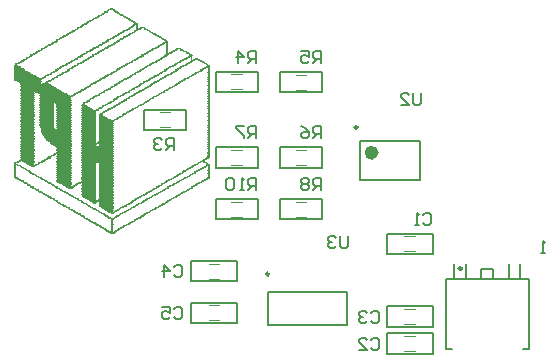
<source format=gbo>
G04 Layer_Color=32896*
%FSTAX24Y24*%
%MOIN*%
G70*
G01*
G75*
%ADD42C,0.0080*%
%ADD44C,0.0098*%
%ADD48C,0.0050*%
%ADD49C,0.0079*%
%ADD51C,0.0040*%
%ADD83C,0.0236*%
%ADD84C,0.0020*%
D42*
X06471Y01566D02*
X064577D01*
X064643D01*
Y01606D01*
X06471Y015993D01*
X060633Y016933D02*
X0607Y017D01*
X060833D01*
X0609Y016933D01*
Y016667D01*
X060833Y0166D01*
X0607D01*
X060633Y016667D01*
X0605Y0166D02*
X060367D01*
X060433D01*
Y017D01*
X0605Y016933D01*
X058903Y013653D02*
X05897Y01372D01*
X059103D01*
X05917Y013653D01*
Y013387D01*
X059103Y01332D01*
X05897D01*
X058903Y013387D01*
X05877Y013653D02*
X058703Y01372D01*
X05857D01*
X058504Y013653D01*
Y013587D01*
X05857Y01352D01*
X058637D01*
X05857D01*
X058504Y013453D01*
Y013387D01*
X05857Y01332D01*
X058703D01*
X05877Y013387D01*
X052333Y015183D02*
X0524Y01525D01*
X052533D01*
X0526Y015183D01*
Y014917D01*
X052533Y01485D01*
X0524D01*
X052333Y014917D01*
X052Y01485D02*
Y01525D01*
X0522Y01505D01*
X051934D01*
X052333Y013803D02*
X0524Y01387D01*
X052533D01*
X0526Y013803D01*
Y013537D01*
X052533Y01347D01*
X0524D01*
X052333Y013537D01*
X051934Y01387D02*
X0522D01*
Y01367D01*
X052067Y013737D01*
X052D01*
X051934Y01367D01*
Y013537D01*
X052Y01347D01*
X052133D01*
X0522Y013537D01*
X05234Y0191D02*
Y0195D01*
X05214D01*
X052073Y019433D01*
Y0193D01*
X05214Y019233D01*
X05234D01*
X052207D02*
X052073Y0191D01*
X05194Y019433D02*
X051873Y0195D01*
X05174D01*
X051674Y019433D01*
Y019367D01*
X05174Y0193D01*
X051807D01*
X05174D01*
X051674Y019233D01*
Y019167D01*
X05174Y0191D01*
X051873D01*
X05194Y019167D01*
X05506Y022D02*
Y0224D01*
X05486D01*
X054793Y022333D01*
Y0222D01*
X05486Y022133D01*
X05506D01*
X054927D02*
X054793Y022D01*
X05446D02*
Y0224D01*
X05466Y0222D01*
X054394D01*
X05722Y022D02*
Y0224D01*
X05702D01*
X056953Y022333D01*
Y0222D01*
X05702Y022133D01*
X05722D01*
X057087D02*
X056953Y022D01*
X056554Y0224D02*
X05682D01*
Y0222D01*
X056687Y022267D01*
X05662D01*
X056554Y0222D01*
Y022067D01*
X05662Y022D01*
X056753D01*
X05682Y022067D01*
X05722Y01948D02*
Y01988D01*
X05702D01*
X056953Y019813D01*
Y01968D01*
X05702Y019613D01*
X05722D01*
X057087D02*
X056953Y01948D01*
X056554Y01988D02*
X056687Y019813D01*
X05682Y01968D01*
Y019547D01*
X056753Y01948D01*
X05662D01*
X056554Y019547D01*
Y019613D01*
X05662Y01968D01*
X05682D01*
X05506Y01948D02*
Y01988D01*
X05486D01*
X054793Y019813D01*
Y01968D01*
X05486Y019613D01*
X05506D01*
X054927D02*
X054793Y01948D01*
X05466Y01988D02*
X054394D01*
Y019813D01*
X05466Y019547D01*
Y01948D01*
X05722Y01776D02*
Y01816D01*
X05702D01*
X056953Y018093D01*
Y01796D01*
X05702Y017893D01*
X05722D01*
X057087D02*
X056953Y01776D01*
X05682Y018093D02*
X056753Y01816D01*
X05662D01*
X056554Y018093D01*
Y018027D01*
X05662Y01796D01*
X056554Y017893D01*
Y017827D01*
X05662Y01776D01*
X056753D01*
X05682Y017827D01*
Y017893D01*
X056753Y01796D01*
X05682Y018027D01*
Y018093D01*
X056753Y01796D02*
X05662D01*
X05506Y01776D02*
Y01816D01*
X05486D01*
X054793Y018093D01*
Y01796D01*
X05486Y017893D01*
X05506D01*
X054927D02*
X054793Y01776D01*
X05466D02*
X054527D01*
X054593D01*
Y01816D01*
X05466Y018093D01*
X054327D02*
X05426Y01816D01*
X054127D01*
X05406Y018093D01*
Y017827D01*
X054127Y01776D01*
X05426D01*
X054327Y017827D01*
Y018093D01*
X06058Y02098D02*
Y020647D01*
X060513Y02058D01*
X06038D01*
X060313Y020647D01*
Y02098D01*
X059914Y02058D02*
X06018D01*
X059914Y020847D01*
Y020913D01*
X05998Y02098D01*
X060113D01*
X06018Y020913D01*
X05814Y01623D02*
Y015897D01*
X058073Y01583D01*
X05794D01*
X057873Y015897D01*
Y01623D01*
X05774Y016163D02*
X057673Y01623D01*
X05754D01*
X057474Y016163D01*
Y016097D01*
X05754Y01603D01*
X057607D01*
X05754D01*
X057474Y015963D01*
Y015897D01*
X05754Y01583D01*
X057673D01*
X05774Y015897D01*
X058903Y012753D02*
X05897Y01282D01*
X059103D01*
X05917Y012753D01*
Y012487D01*
X059103Y01242D01*
X05897D01*
X058903Y012487D01*
X058504Y01242D02*
X05877D01*
X058504Y012687D01*
Y012753D01*
X05857Y01282D01*
X058703D01*
X05877Y012753D01*
D44*
X06193Y015145D02*
G03*
X06193Y015145I-000049J0D01*
G01*
X05551Y014962D02*
G03*
X05551Y014962I-000049J0D01*
G01*
X058455Y019852D02*
G03*
X058455Y019852I-000049J0D01*
G01*
D48*
X061402Y012448D02*
X061599D01*
X063961D02*
X064158D01*
X061402Y014811D02*
X064158D01*
X063489D02*
Y015283D01*
Y014811D02*
X063882D01*
Y015283D01*
X062583Y014811D02*
Y015126D01*
Y014811D02*
X062977D01*
Y015126D01*
X062583D02*
X062977D01*
X062071Y014811D02*
Y015283D01*
X061678Y014811D02*
X062071D01*
X061678D02*
Y015283D01*
X064158Y012448D02*
Y014811D01*
X061402Y012448D02*
Y014811D01*
X059425Y01563D02*
X060955D01*
X059425D02*
Y0163D01*
X060955D01*
Y01563D02*
Y0163D01*
X059425Y01321D02*
X060955D01*
X059425D02*
Y01388D01*
X060955D01*
Y01321D02*
Y01388D01*
X0529Y01472D02*
X05443D01*
X0529D02*
Y01539D01*
X05443D01*
Y01472D02*
Y01539D01*
X0529Y01334D02*
X05443D01*
X0529D02*
Y01401D01*
X05443D01*
Y01334D02*
Y01401D01*
X059425Y01231D02*
X060955D01*
X059425D02*
Y01298D01*
X060955D01*
Y01231D02*
Y01298D01*
X05512Y02103D02*
Y0217D01*
X05372D02*
X05512D01*
X05372Y02103D02*
Y0217D01*
Y02103D02*
X05512D01*
X05728Y02102D02*
Y02169D01*
X05588D02*
X05728D01*
X05588Y02102D02*
Y02169D01*
Y02102D02*
X05728D01*
Y01851D02*
Y01918D01*
X05588D02*
X05728D01*
X05588Y01851D02*
Y01918D01*
Y01851D02*
X05728D01*
X05512D02*
Y01918D01*
X05372D02*
X05512D01*
X05372Y01851D02*
Y01918D01*
Y01851D02*
X05512D01*
X05728Y01678D02*
Y01745D01*
X05588D02*
X05728D01*
X05588Y01678D02*
Y01745D01*
Y01678D02*
X05728D01*
X05512D02*
Y01745D01*
X05372D02*
X05512D01*
X05372Y01678D02*
Y01745D01*
Y01678D02*
X05512D01*
X05274Y01976D02*
Y02043D01*
X05134D02*
X05274D01*
X05134Y01976D02*
Y02043D01*
Y01976D02*
X05274D01*
D49*
X055461Y014371D02*
X058099D01*
X055461Y013269D02*
X058099D01*
X055461D02*
Y014371D01*
X058099Y013269D02*
Y014371D01*
X058526Y019399D02*
X060534D01*
X058526Y018081D02*
X060534D01*
X058526D02*
Y019399D01*
X060534Y018081D02*
Y019399D01*
D51*
X060015Y01622D02*
X060355D01*
X060015Y01572D02*
X060355D01*
X060015Y0138D02*
X060355D01*
X060015Y0133D02*
X060355D01*
X05349Y01531D02*
X05383D01*
X05349Y01481D02*
X05383D01*
X05349Y01393D02*
X05383D01*
X05349Y01343D02*
X05383D01*
X060015Y0129D02*
X060355D01*
X060015Y0124D02*
X060355D01*
X05425Y02112D02*
X05459D01*
X05425Y02162D02*
X05459D01*
X05641Y02111D02*
X05675D01*
X05641Y02161D02*
X05675D01*
X05641Y0186D02*
X05675D01*
X05641Y0191D02*
X05675D01*
X05425Y0186D02*
X05459D01*
X05425Y0191D02*
X05459D01*
X05641Y01687D02*
X05675D01*
X05641Y01737D02*
X05675D01*
X05425Y01687D02*
X05459D01*
X05425Y01737D02*
X05459D01*
X05187Y01985D02*
X05221D01*
X05187Y02035D02*
X05221D01*
D83*
X059038Y019006D02*
G03*
X059038Y019006I-000118J0D01*
G01*
D84*
X05023Y01632D02*
X05029D01*
X05021Y01634D02*
X05033D01*
X05013Y01636D02*
X05023D01*
X05025D02*
X05027D01*
X05029D02*
X05037D01*
X05011Y01638D02*
X05019D01*
X05025D02*
X05027D01*
X05033D02*
X05039D01*
X05007Y0164D02*
X05013D01*
X05025D02*
X05027D01*
X05035D02*
X05041D01*
X05009Y01642D02*
X05015D01*
X05023D02*
X05027D01*
X05037D02*
X05043D01*
X05005Y01644D02*
X05011D01*
X05025D02*
X05027D01*
X05039D02*
X05047D01*
X05001Y01646D02*
X05007D01*
X05025D02*
X05027D01*
X05043D02*
X05051D01*
X04997Y01648D02*
X05003D01*
X05025D02*
X05027D01*
X05047D02*
X05053D01*
X04993Y0165D02*
X05001D01*
X05025D02*
X05027D01*
X05051D02*
X05057D01*
X04989Y01652D02*
X04997D01*
X05025D02*
X05027D01*
X05053D02*
X05061D01*
X04987Y01654D02*
X04993D01*
X05025D02*
X05027D01*
X05057D02*
X05063D01*
X04983Y01656D02*
X04989D01*
X05025D02*
X05027D01*
X05061D02*
X05067D01*
X04979Y01658D02*
X04987D01*
X05023D02*
X05027D01*
X05065D02*
X05073D01*
X04975Y0166D02*
X04983D01*
X05025D02*
X05027D01*
X05067D02*
X05069D01*
X05071D02*
X05075D01*
X04973Y01662D02*
X04979D01*
X05025D02*
X05027D01*
X05073D02*
X05081D01*
X04969Y01664D02*
X04975D01*
X05025D02*
X05029D01*
X05077D02*
X05083D01*
X04963Y01666D02*
X04973D01*
X05025D02*
X05027D01*
X05081D02*
X05087D01*
X04961Y01668D02*
X04965D01*
X04967D02*
X04969D01*
X05025D02*
X05027D01*
X05085D02*
X05091D01*
X04957Y0167D02*
X04965D01*
X05025D02*
X05027D01*
X05087D02*
X05095D01*
X04953Y01672D02*
X04959D01*
X05025D02*
X05027D01*
X05091D02*
X05097D01*
X04951Y01674D02*
X04957D01*
X05025D02*
X05027D01*
X05095D02*
X05101D01*
X04947Y01676D02*
X04953D01*
X05025D02*
X05027D01*
X05099D02*
X05105D01*
X04943Y01678D02*
X04949D01*
X05025D02*
X05027D01*
X05101D02*
X05107D01*
X04939Y0168D02*
X04947D01*
X05023D02*
X05029D01*
X05105D02*
X05111D01*
X04937Y01682D02*
X04943D01*
X05021D02*
X05025D01*
X05027D02*
X05031D01*
X05107D02*
X05115D01*
X04933Y01684D02*
X04939D01*
X05015D02*
X05021D01*
X05031D02*
X05035D01*
X05113D02*
X05117D01*
X05119D02*
X05121D01*
X04929Y01686D02*
X04935D01*
X05011D02*
X05015D01*
X05017D02*
X05019D01*
X05033D02*
X05039D01*
X05115D02*
X05125D01*
X04925Y01688D02*
X04933D01*
X05007D02*
X05013D01*
X05037D02*
X05043D01*
X05121D02*
X05127D01*
X04923Y0169D02*
X04929D01*
X05005D02*
X05009D01*
X05043D02*
X05047D01*
X05125D02*
X05131D01*
X04923Y01692D02*
X04929D01*
X05005D02*
X05009D01*
X05041D02*
X05047D01*
X05125D02*
X05131D01*
X04919Y01694D02*
X04925D01*
X05001D02*
X05005D01*
X05045D02*
X05051D01*
X05127D02*
X05133D01*
X04913Y01696D02*
X04921D01*
X04997D02*
X05003D01*
X05049D02*
X05053D01*
X05131D02*
X05137D01*
X04911Y01698D02*
X04919D01*
X04995D02*
X04999D01*
X05053D02*
X05057D01*
X05135D02*
X05141D01*
X04907Y017D02*
X04913D01*
X04991D02*
X04995D01*
X05023D02*
X05029D01*
X05055D02*
X05061D01*
X05139D02*
X05145D01*
X04903Y01702D02*
X04909D01*
X04987D02*
X04991D01*
X05019D02*
X05031D01*
X05059D02*
X05065D01*
X05141D02*
X05147D01*
X04899Y01704D02*
X04907D01*
X04983D02*
X04989D01*
X05015D02*
X05029D01*
X05031D02*
X05035D01*
X05063D02*
X05069D01*
X05145D02*
X05151D01*
X04897Y01706D02*
X04903D01*
X04979D02*
X04985D01*
X05011D02*
X05027D01*
X05035D02*
X05039D01*
X05067D02*
X05073D01*
X05149D02*
X05155D01*
X04893Y01708D02*
X04899D01*
X04977D02*
X04981D01*
X05007D02*
X05027D01*
X05037D02*
X05043D01*
X05073D02*
X05077D01*
X05153D02*
X05159D01*
X04889Y0171D02*
X04895D01*
X04973D02*
X04977D01*
X05005D02*
X05029D01*
X05041D02*
X05047D01*
X05075D02*
X05081D01*
X05157D02*
X05161D01*
X04887Y01712D02*
X04893D01*
X04969D02*
X04975D01*
X05001D02*
X05027D01*
X05045D02*
X05049D01*
X05079D02*
X05083D01*
X05159D02*
X05165D01*
X04883Y01714D02*
X04889D01*
X04965D02*
X04971D01*
X04999D02*
X05027D01*
X05047D02*
X05051D01*
X05083D02*
X05087D01*
X05163D02*
X05171D01*
X04879Y01716D02*
X04885D01*
X04961D02*
X04965D01*
X04967D02*
X04969D01*
X04995D02*
X05029D01*
X05051D02*
X05055D01*
X05087D02*
X05091D01*
X05167D02*
X05175D01*
X04875Y01718D02*
X04883D01*
X04957D02*
X04961D01*
X04993D02*
X05027D01*
X05053D02*
X05059D01*
X05089D02*
X05095D01*
X05171D02*
X05179D01*
X04873Y0172D02*
X04879D01*
X04953D02*
X04959D01*
X04989D02*
X05029D01*
X05057D02*
X05063D01*
X05093D02*
X05099D01*
X05175D02*
X05181D01*
X04869Y01722D02*
X04875D01*
X04951D02*
X04955D01*
X04985D02*
X05027D01*
X05061D02*
X05065D01*
X05097D02*
X05101D01*
X05179D02*
X05185D01*
X04863Y01724D02*
X04871D01*
X04947D02*
X04951D01*
X04985D02*
X05029D01*
X05065D02*
X05073D01*
X05101D02*
X05105D01*
X05181D02*
X05187D01*
X04859Y01726D02*
X04869D01*
X04943D02*
X04945D01*
X04947D02*
X04949D01*
X04985D02*
X05027D01*
X05067D02*
X05069D01*
X05071D02*
X05075D01*
X05103D02*
X05109D01*
X05185D02*
X05193D01*
X04857Y01728D02*
X04863D01*
X04939D02*
X04945D01*
X04983D02*
X05027D01*
X05073D02*
X05079D01*
X05107D02*
X05113D01*
X05189D02*
X05195D01*
X04853Y0173D02*
X04859D01*
X04939D02*
X04941D01*
X04985D02*
X05027D01*
X05077D02*
X05083D01*
X05111D02*
X05115D01*
X05193D02*
X05199D01*
X04849Y01732D02*
X04855D01*
X04933D02*
X04939D01*
X04985D02*
X05029D01*
X05081D02*
X05085D01*
X05115D02*
X05121D01*
X05195D02*
X05203D01*
X04847Y01734D02*
X04853D01*
X04929D02*
X04933D01*
X04963D02*
X04971D01*
X04983D02*
X05027D01*
X05083D02*
X05089D01*
X05119D02*
X05125D01*
X05199D02*
X05205D01*
X04843Y01736D02*
X04849D01*
X04925D02*
X04931D01*
X04959D02*
X04975D01*
X04985D02*
X05029D01*
X05087D02*
X05093D01*
X05123D02*
X05129D01*
X05203D02*
X05209D01*
X04839Y01738D02*
X04845D01*
X04923D02*
X04927D01*
X04955D02*
X04971D01*
X04973D02*
X04977D01*
X04985D02*
X05027D01*
X05091D02*
X05095D01*
X05127D02*
X05133D01*
X05207D02*
X05213D01*
X04839Y0174D02*
X04845D01*
X04923D02*
X04927D01*
X04955D02*
X04969D01*
X04971D02*
X04979D01*
X04983D02*
X05027D01*
X05091D02*
X05097D01*
X05127D02*
X05131D01*
X05207D02*
X05213D01*
X04837Y01742D02*
X04843D01*
X04915D02*
X04917D01*
X04919D02*
X04923D01*
X04951D02*
X04969D01*
X04975D02*
X04981D01*
X04985D02*
X05029D01*
X05095D02*
X05099D01*
X05129D02*
X05137D01*
X05209D02*
X05215D01*
X04833Y01744D02*
X04839D01*
X04915D02*
X04921D01*
X04949D02*
X04971D01*
X04979D02*
X05027D01*
X05097D02*
X05103D01*
X05135D02*
X05139D01*
X05213D02*
X05221D01*
X04829Y01746D02*
X04835D01*
X04911D02*
X04915D01*
X04945D02*
X04969D01*
X04981D02*
X05027D01*
X05101D02*
X05107D01*
X05137D02*
X05143D01*
X05217D02*
X05225D01*
X04825Y01748D02*
X04833D01*
X04907D02*
X04913D01*
X04941D02*
X04969D01*
X04985D02*
X05029D01*
X05105D02*
X05109D01*
X05141D02*
X05147D01*
X05223D02*
X05229D01*
X04821Y0175D02*
X04829D01*
X04903D02*
X04907D01*
X04937D02*
X04971D01*
X04985D02*
X05027D01*
X05107D02*
X05113D01*
X05145D02*
X05151D01*
X05227D02*
X05231D01*
X04819Y01752D02*
X04825D01*
X04899D02*
X04905D01*
X04935D02*
X04971D01*
X04983D02*
X05029D01*
X05111D02*
X05115D01*
X05149D02*
X05153D01*
X05229D02*
X05237D01*
X04813Y01754D02*
X04821D01*
X04897D02*
X04901D01*
X04931D02*
X04969D01*
X04985D02*
X05027D01*
X05115D02*
X05121D01*
X05153D02*
X05157D01*
X05233D02*
X05239D01*
X04809Y01756D02*
X04815D01*
X04817D02*
X04819D01*
X04891D02*
X04897D01*
X04927D02*
X04969D01*
X04983D02*
X05027D01*
X05117D02*
X05119D01*
X05121D02*
X05125D01*
X05157D02*
X05161D01*
X05237D02*
X05243D01*
X04807Y01758D02*
X04813D01*
X04889D02*
X04891D01*
X04893D02*
X04895D01*
X04927D02*
X04971D01*
X04985D02*
X05029D01*
X05123D02*
X05129D01*
X05159D02*
X05165D01*
X05239D02*
X05247D01*
X04803Y0176D02*
X04809D01*
X04885D02*
X04891D01*
X04927D02*
X04969D01*
X04985D02*
X05027D01*
X05127D02*
X05133D01*
X05163D02*
X05167D01*
X05169D02*
X05171D01*
X05243D02*
X05251D01*
X04799Y01762D02*
X04807D01*
X04881D02*
X04887D01*
X04925D02*
X04969D01*
X04983D02*
X05027D01*
X05131D02*
X05135D01*
X05167D02*
X05173D01*
X05247D02*
X05253D01*
X04797Y01764D02*
X04803D01*
X04879D02*
X04883D01*
X04927D02*
X04971D01*
X04985D02*
X05029D01*
X05135D02*
X05139D01*
X05173D02*
X05177D01*
X05251D02*
X05255D01*
X04793Y01766D02*
X04799D01*
X04875D02*
X04879D01*
X04927D02*
X04969D01*
X04985D02*
X05027D01*
X05137D02*
X05143D01*
X05175D02*
X05181D01*
X05253D02*
X05261D01*
X04789Y01768D02*
X04795D01*
X04871D02*
X04877D01*
X04927D02*
X04971D01*
X04983D02*
X05029D01*
X05141D02*
X05147D01*
X05179D02*
X05185D01*
X05257D02*
X05263D01*
X04785Y0177D02*
X04793D01*
X04867D02*
X04873D01*
X04927D02*
X04969D01*
X04985D02*
X05027D01*
X05145D02*
X05149D01*
X05183D02*
X05187D01*
X05261D02*
X05267D01*
X04783Y01772D02*
X04789D01*
X04863D02*
X04869D01*
X04925D02*
X04969D01*
X04983D02*
X05027D01*
X05147D02*
X05153D01*
X05187D02*
X05191D01*
X05265D02*
X05273D01*
X04779Y01774D02*
X04785D01*
X04859D02*
X04863D01*
X04927D02*
X04971D01*
X04985D02*
X05029D01*
X05151D02*
X05157D01*
X05189D02*
X05195D01*
X05267D02*
X05275D01*
X04775Y01776D02*
X04781D01*
X04855D02*
X04861D01*
X04927D02*
X04969D01*
X04985D02*
X05027D01*
X05155D02*
X05161D01*
X05193D02*
X05199D01*
X05273D02*
X05279D01*
X04771Y01778D02*
X04779D01*
X04851D02*
X04853D01*
X04855D02*
X04857D01*
X04925D02*
X04969D01*
X04985D02*
X05027D01*
X05159D02*
X05163D01*
X05197D02*
X05203D01*
X05277D02*
X05283D01*
X04769Y0178D02*
X04775D01*
X04849D02*
X04855D01*
X04927D02*
X04971D01*
X04983D02*
X05029D01*
X05161D02*
X05167D01*
X05201D02*
X05205D01*
X05281D02*
X05285D01*
X04763Y01782D02*
X04771D01*
X04845D02*
X04849D01*
X04883D02*
X04889D01*
X04927D02*
X04969D01*
X04985D02*
X05027D01*
X05165D02*
X05171D01*
X05203D02*
X05209D01*
X05283D02*
X05291D01*
X04759Y01784D02*
X04767D01*
X04841D02*
X04847D01*
X04879D02*
X04889D01*
X04891D02*
X04893D01*
X04925D02*
X04969D01*
X04985D02*
X05027D01*
X05169D02*
X05175D01*
X05207D02*
X05213D01*
X05287D02*
X05293D01*
X04755Y01786D02*
X04763D01*
X04837D02*
X04843D01*
X04875D02*
X04897D01*
X04927D02*
X04971D01*
X04985D02*
X05027D01*
X05173D02*
X05179D01*
X05211D02*
X05215D01*
X05291D02*
X05295D01*
X04757Y01788D02*
X04763D01*
X04839D02*
X04843D01*
X04875D02*
X04887D01*
X04891D02*
X04895D01*
X04927D02*
X04969D01*
X04985D02*
X05029D01*
X05175D02*
X05179D01*
X05211D02*
X05217D01*
X05291D02*
X05297D01*
X04753Y0179D02*
X04759D01*
X04835D02*
X04839D01*
X04871D02*
X04889D01*
X04893D02*
X04901D01*
X04927D02*
X04969D01*
X04983D02*
X05027D01*
X05177D02*
X05183D01*
X05215D02*
X05221D01*
X05293D02*
X05301D01*
X04749Y01792D02*
X04755D01*
X04831D02*
X04835D01*
X04865D02*
X04867D01*
X04869D02*
X04887D01*
X04897D02*
X04905D01*
X04927D02*
X04971D01*
X04985D02*
X05029D01*
X05181D02*
X05185D01*
X05217D02*
X05219D01*
X05221D02*
X05223D01*
X05297D02*
X05303D01*
X04745Y01794D02*
X04753D01*
X04827D02*
X04833D01*
X04863D02*
X04887D01*
X04901D02*
X04907D01*
X04925D02*
X04969D01*
X04985D02*
X05027D01*
X05183D02*
X05189D01*
X05223D02*
X05229D01*
X05301D02*
X05307D01*
X04743Y01796D02*
X04749D01*
X04825D02*
X04829D01*
X04859D02*
X04889D01*
X04905D02*
X04911D01*
X04927D02*
X04971D01*
X04983D02*
X05027D01*
X05189D02*
X05193D01*
X05227D02*
X05233D01*
X05305D02*
X05311D01*
X04739Y01798D02*
X04745D01*
X04821D02*
X04825D01*
X04855D02*
X04887D01*
X04907D02*
X04915D01*
X04927D02*
X04969D01*
X04985D02*
X05029D01*
X05191D02*
X05197D01*
X05231D02*
X05237D01*
X05307D02*
X05313D01*
X04735Y018D02*
X04741D01*
X04815D02*
X04823D01*
X04851D02*
X04889D01*
X04911D02*
X04921D01*
X04927D02*
X04971D01*
X04985D02*
X05027D01*
X05195D02*
X05199D01*
X05235D02*
X05239D01*
X05311D02*
X05317D01*
X04731Y01802D02*
X04739D01*
X04811D02*
X04815D01*
X04817D02*
X04819D01*
X04847D02*
X04887D01*
X04915D02*
X04925D01*
X04927D02*
X04969D01*
X04985D02*
X05027D01*
X05199D02*
X05203D01*
X05239D02*
X05243D01*
X05315D02*
X05323D01*
X04729Y01804D02*
X04735D01*
X04809D02*
X04813D01*
X04845D02*
X04889D01*
X04921D02*
X04969D01*
X04983D02*
X05029D01*
X05201D02*
X05207D01*
X05241D02*
X05247D01*
X05319D02*
X05325D01*
X04725Y01806D02*
X04731D01*
X04805D02*
X04809D01*
X04841D02*
X04887D01*
X04925D02*
X04971D01*
X04985D02*
X05027D01*
X05205D02*
X05209D01*
X05245D02*
X05249D01*
X05323D02*
X05331D01*
X04721Y01808D02*
X04729D01*
X04799D02*
X04801D01*
X04803D02*
X04807D01*
X04843D02*
X04887D01*
X04927D02*
X04969D01*
X04983D02*
X05029D01*
X05207D02*
X05213D01*
X05249D02*
X05253D01*
X05327D02*
X05335D01*
X04717Y0181D02*
X04725D01*
X04799D02*
X04803D01*
X04841D02*
X04887D01*
X04927D02*
X04969D01*
X04985D02*
X05027D01*
X05213D02*
X05217D01*
X05253D02*
X05257D01*
X05331D02*
X05337D01*
X04713Y01812D02*
X04721D01*
X04795D02*
X04799D01*
X04843D02*
X04889D01*
X04925D02*
X04971D01*
X04985D02*
X05027D01*
X05215D02*
X05223D01*
X05257D02*
X05261D01*
X05335D02*
X05339D01*
X04709Y01814D02*
X04717D01*
X04791D02*
X04795D01*
X04843D02*
X04887D01*
X04927D02*
X04969D01*
X04983D02*
X05029D01*
X05221D02*
X05225D01*
X05259D02*
X05265D01*
X05337D02*
X05343D01*
X04705Y01816D02*
X04713D01*
X04787D02*
X04793D01*
X04843D02*
X04887D01*
X04925D02*
X04971D01*
X04985D02*
X05027D01*
X05223D02*
X05229D01*
X05263D02*
X05267D01*
X05269D02*
X05271D01*
X05341D02*
X05349D01*
X04701Y01818D02*
X04709D01*
X04785D02*
X04789D01*
X04843D02*
X04887D01*
X04927D02*
X04969D01*
X04983D02*
X05027D01*
X05229D02*
X05233D01*
X05267D02*
X05273D01*
X05345D02*
X05349D01*
X04701Y0182D02*
X04705D01*
X04781D02*
X04785D01*
X04841D02*
X04889D01*
X04925D02*
X04971D01*
X04985D02*
X05029D01*
X05231D02*
X05237D01*
X05273D02*
X05277D01*
X05347D02*
X05349D01*
X04701Y01822D02*
X04703D01*
X04777D02*
X04781D01*
X04843D02*
X04887D01*
X04927D02*
X04969D01*
X04985D02*
X05027D01*
X05235D02*
X05241D01*
X05277D02*
X05281D01*
X05347D02*
X05351D01*
X04699Y01824D02*
X04703D01*
X04773D02*
X04779D01*
X04843D02*
X04887D01*
X04927D02*
X04969D01*
X04983D02*
X05029D01*
X05239D02*
X05243D01*
X05279D02*
X05285D01*
X05347D02*
X05349D01*
X04701Y01826D02*
X04703D01*
X04769D02*
X04775D01*
X04841D02*
X04889D01*
X04927D02*
X04969D01*
X04985D02*
X05027D01*
X05241D02*
X05247D01*
X05283D02*
X05287D01*
X05347D02*
X05349D01*
X04701Y01828D02*
X04703D01*
X04767D02*
X04771D01*
X04843D02*
X04887D01*
X04925D02*
X04971D01*
X04985D02*
X05027D01*
X05245D02*
X05251D01*
X05287D02*
X05291D01*
X05347D02*
X05349D01*
X04701Y0183D02*
X04703D01*
X04761D02*
X04767D01*
X04843D02*
X04887D01*
X04927D02*
X04969D01*
X04983D02*
X05029D01*
X05249D02*
X05253D01*
X05289D02*
X05295D01*
X05347D02*
X05349D01*
X04699Y01832D02*
X04703D01*
X04757D02*
X04763D01*
X04841D02*
X04889D01*
X04927D02*
X04969D01*
X04985D02*
X05027D01*
X05251D02*
X05257D01*
X05293D02*
X05299D01*
X05347D02*
X05351D01*
X04701Y01834D02*
X04705D01*
X04755D02*
X04759D01*
X04843D02*
X04887D01*
X04927D02*
X04971D01*
X04985D02*
X05027D01*
X05255D02*
X05261D01*
X05297D02*
X05303D01*
X05345D02*
X05349D01*
X04701Y01836D02*
X04703D01*
X04751D02*
X04757D01*
X04843D02*
X04889D01*
X04925D02*
X04969D01*
X04983D02*
X05029D01*
X05259D02*
X05265D01*
X05301D02*
X05305D01*
X05347D02*
X05349D01*
X04701Y01838D02*
X04703D01*
X04751D02*
X04753D01*
X04841D02*
X04887D01*
X04927D02*
X04969D01*
X04985D02*
X05027D01*
X05259D02*
X05263D01*
X05301D02*
X05307D01*
X05347D02*
X05349D01*
X04701Y0184D02*
X04703D01*
X04747D02*
X04753D01*
X04843D02*
X04887D01*
X04927D02*
X04971D01*
X04983D02*
X05027D01*
X05261D02*
X05265D01*
X05267D02*
X05269D01*
X05305D02*
X05309D01*
X05347D02*
X05349D01*
X04699Y01842D02*
X04703D01*
X04743D02*
X04749D01*
X04843D02*
X04887D01*
X04927D02*
X04969D01*
X04985D02*
X05029D01*
X05265D02*
X05273D01*
X05307D02*
X05313D01*
X05345D02*
X05351D01*
X04701Y01844D02*
X04705D01*
X04741D02*
X04745D01*
X04843D02*
X04889D01*
X04925D02*
X04971D01*
X04983D02*
X05027D01*
X05271D02*
X05275D01*
X05313D02*
X05317D01*
X05347D02*
X05349D01*
X04701Y01846D02*
X04703D01*
X04737D02*
X04741D01*
X04841D02*
X04887D01*
X04927D02*
X04969D01*
X04985D02*
X05027D01*
X05273D02*
X05279D01*
X05315D02*
X05319D01*
X05321D02*
X05323D01*
X05347D02*
X05351D01*
X04701Y01848D02*
X04703D01*
X04733D02*
X04737D01*
X04843D02*
X04887D01*
X04927D02*
X04969D01*
X04985D02*
X05029D01*
X05277D02*
X05281D01*
X05319D02*
X05325D01*
X05347D02*
X05349D01*
X04701Y0185D02*
X04703D01*
X04729D02*
X04735D01*
X04843D02*
X04889D01*
X04927D02*
X04969D01*
X04985D02*
X05027D01*
X05281D02*
X05287D01*
X05325D02*
X05329D01*
X05347D02*
X05349D01*
X04699Y01852D02*
X04703D01*
X04727D02*
X04731D01*
X04841D02*
X04887D01*
X04925D02*
X04971D01*
X04983D02*
X05029D01*
X05285D02*
X05289D01*
X05327D02*
X05333D01*
X05347D02*
X05351D01*
X04701Y01854D02*
X04705D01*
X04723D02*
X04727D01*
X04843D02*
X04889D01*
X04927D02*
X04969D01*
X04985D02*
X05027D01*
X05287D02*
X05293D01*
X05331D02*
X05337D01*
X05347D02*
X05349D01*
X04701Y01856D02*
X04703D01*
X04719D02*
X04723D01*
X04757D02*
X04767D01*
X04843D02*
X04887D01*
X04927D02*
X04969D01*
X04985D02*
X05027D01*
X05291D02*
X05297D01*
X05335D02*
X05339D01*
X05347D02*
X05349D01*
X04701Y01858D02*
X04703D01*
X04713D02*
X04715D01*
X04717D02*
X04721D01*
X04755D02*
X04771D01*
X04843D02*
X04887D01*
X04927D02*
X04969D01*
X04985D02*
X05027D01*
X05295D02*
X05301D01*
X05339D02*
X05343D01*
X05347D02*
X05349D01*
X04701Y0186D02*
X04705D01*
X04711D02*
X04717D01*
X04751D02*
X04763D01*
X04767D02*
X04775D01*
X04843D02*
X04889D01*
X04925D02*
X04971D01*
X04983D02*
X05029D01*
X05299D02*
X05303D01*
X05341D02*
X05349D01*
X04701Y01862D02*
X04703D01*
X04707D02*
X04711D01*
X04749D02*
X04765D01*
X04771D02*
X04779D01*
X04841D02*
X04887D01*
X04927D02*
X04969D01*
X04985D02*
X05027D01*
X05301D02*
X05307D01*
X05345D02*
X05349D01*
X04701Y01864D02*
X04709D01*
X04743D02*
X04763D01*
X04775D02*
X04781D01*
X04843D02*
X04887D01*
X04927D02*
X04969D01*
X04983D02*
X05027D01*
X05305D02*
X05311D01*
X05341D02*
X05347D01*
X04701Y01866D02*
X04705D01*
X04741D02*
X04765D01*
X04779D02*
X04785D01*
X04843D02*
X04887D01*
X04927D02*
X04971D01*
X04983D02*
X05029D01*
X05309D02*
X05315D01*
X05339D02*
X05345D01*
X04701Y01868D02*
X04707D01*
X04737D02*
X04763D01*
X04765D02*
X04767D01*
X04781D02*
X04789D01*
X04841D02*
X04889D01*
X04925D02*
X04969D01*
X04979D02*
X05027D01*
X05313D02*
X05317D01*
X05335D02*
X05341D01*
X04705Y0187D02*
X04713D01*
X04735D02*
X04763D01*
X04785D02*
X04793D01*
X04843D02*
X04887D01*
X04927D02*
X04969D01*
X04975D02*
X05027D01*
X05315D02*
X05321D01*
X05331D02*
X05337D01*
X04709Y01872D02*
X04717D01*
X04731D02*
X04765D01*
X04789D02*
X04795D01*
X04841D02*
X04889D01*
X04927D02*
X05029D01*
X05319D02*
X05327D01*
X05329D02*
X05335D01*
X04713Y01874D02*
X04721D01*
X04727D02*
X04763D01*
X04765D02*
X04767D01*
X04793D02*
X04799D01*
X04843D02*
X04887D01*
X04927D02*
X05027D01*
X05325D02*
X05331D01*
X04717Y01876D02*
X04763D01*
X04795D02*
X04803D01*
X04843D02*
X04889D01*
X04925D02*
X05029D01*
X05327D02*
X05335D01*
X04721Y01878D02*
X04765D01*
X04799D02*
X04807D01*
X04843D02*
X04887D01*
X04927D02*
X05027D01*
X05331D02*
X05339D01*
X04721Y0188D02*
X04765D01*
X04803D02*
X04809D01*
X04843D02*
X04887D01*
X04925D02*
X05027D01*
X05335D02*
X05341D01*
X04723Y01882D02*
X04763D01*
X04765D02*
X04767D01*
X04807D02*
X04813D01*
X04841D02*
X04887D01*
X04927D02*
X05027D01*
X05337D02*
X05345D01*
X04723Y01884D02*
X04763D01*
X04811D02*
X04819D01*
X04843D02*
X04889D01*
X04927D02*
X05029D01*
X05341D02*
X05347D01*
X04721Y01886D02*
X04765D01*
X04809D02*
X04819D01*
X04843D02*
X04887D01*
X04925D02*
X05027D01*
X05341D02*
X05349D01*
X04723Y01888D02*
X04763D01*
X04765D02*
X04767D01*
X04813D02*
X04823D01*
X04841D02*
X04889D01*
X04927D02*
X05029D01*
X05345D02*
X05349D01*
X04723Y0189D02*
X04763D01*
X04819D02*
X04825D01*
X04843D02*
X04887D01*
X04927D02*
X05027D01*
X05347D02*
X05349D01*
X04721Y01892D02*
X04765D01*
X04823D02*
X04829D01*
X04843D02*
X04887D01*
X04925D02*
X05027D01*
X05345D02*
X05349D01*
X04723Y01894D02*
X04763D01*
X04765D02*
X04767D01*
X04825D02*
X04833D01*
X04843D02*
X04889D01*
X04927D02*
X05029D01*
X05347D02*
X05349D01*
X04723Y01896D02*
X04763D01*
X04829D02*
X04837D01*
X04843D02*
X04887D01*
X04927D02*
X05027D01*
X05347D02*
X05349D01*
X04723Y01898D02*
X04765D01*
X04833D02*
X04841D01*
X04843D02*
X04887D01*
X04925D02*
X05027D01*
X05347D02*
X05351D01*
X04721Y019D02*
X04763D01*
X04765D02*
X04767D01*
X04837D02*
X04889D01*
X04927D02*
X05029D01*
X05345D02*
X05349D01*
X04723Y01902D02*
X04763D01*
X04841D02*
X04887D01*
X04927D02*
X05027D01*
X05347D02*
X05349D01*
X04723Y01904D02*
X04765D01*
X04841D02*
X04889D01*
X04925D02*
X05027D01*
X05345D02*
X05349D01*
X04721Y01906D02*
X04763D01*
X04843D02*
X04887D01*
X04927D02*
X05029D01*
X05347D02*
X05351D01*
X04723Y01908D02*
X04765D01*
X04841D02*
X04887D01*
X04927D02*
X05027D01*
X05347D02*
X05349D01*
X04721Y0191D02*
X04763D01*
X04765D02*
X04767D01*
X04843D02*
X04889D01*
X04925D02*
X05027D01*
X05347D02*
X05349D01*
X04723Y01912D02*
X04763D01*
X04765D02*
X04767D01*
X04843D02*
X04887D01*
X04927D02*
X05029D01*
X05347D02*
X05349D01*
X04723Y01914D02*
X04763D01*
X04841D02*
X04887D01*
X04927D02*
X05027D01*
X05347D02*
X05351D01*
X04721Y01916D02*
X04765D01*
X04843D02*
X04889D01*
X04925D02*
X05027D01*
X05345D02*
X05349D01*
X04723Y01918D02*
X04765D01*
X04843D02*
X04887D01*
X04927D02*
X05029D01*
X05347D02*
X05349D01*
X04723Y0192D02*
X04763D01*
X04841D02*
X04887D01*
X04927D02*
X04983D01*
X04985D02*
X05027D01*
X05347D02*
X05349D01*
X04723Y01922D02*
X04765D01*
X04841D02*
X04889D01*
X04925D02*
X04979D01*
X04985D02*
X05027D01*
X05347D02*
X05349D01*
X04721Y01924D02*
X04763D01*
X04765D02*
X04767D01*
X04837D02*
X04887D01*
X04927D02*
X04975D01*
X04983D02*
X05029D01*
X05345D02*
X05349D01*
X04723Y01926D02*
X04763D01*
X04831D02*
X04889D01*
X04925D02*
X04971D01*
X04985D02*
X05027D01*
X05347D02*
X05349D01*
X04723Y01928D02*
X04765D01*
X04827D02*
X04889D01*
X04927D02*
X04973D01*
X04985D02*
X05027D01*
X05345D02*
X05351D01*
X04721Y0193D02*
X04763D01*
X04765D02*
X04767D01*
X04825D02*
X04887D01*
X04927D02*
X04969D01*
X04971D02*
X04975D01*
X04983D02*
X05027D01*
X05347D02*
X05349D01*
X04723Y01932D02*
X04763D01*
X04823D02*
X04887D01*
X04925D02*
X04971D01*
X04975D02*
X04979D01*
X04985D02*
X05029D01*
X05347D02*
X05349D01*
X04723Y01934D02*
X04765D01*
X04821D02*
X04889D01*
X04927D02*
X04969D01*
X04975D02*
X04979D01*
X04985D02*
X05027D01*
X05347D02*
X05349D01*
X04723Y01936D02*
X04763D01*
X04821D02*
X04887D01*
X04925D02*
X04971D01*
X04977D02*
X04983D01*
X04985D02*
X05029D01*
X05345D02*
X05349D01*
X04721Y01938D02*
X04767D01*
X04815D02*
X04887D01*
X04927D02*
X04969D01*
X04981D02*
X05027D01*
X05347D02*
X05351D01*
X04723Y0194D02*
X04763D01*
X04815D02*
X04889D01*
X04927D02*
X04969D01*
X04983D02*
X05027D01*
X05347D02*
X05349D01*
X04723Y01942D02*
X04765D01*
X04811D02*
X04887D01*
X04925D02*
X04971D01*
X04985D02*
X05027D01*
X05347D02*
X05349D01*
X04723Y01944D02*
X04763D01*
X04807D02*
X04889D01*
X04925D02*
X04969D01*
X04983D02*
X05029D01*
X05347D02*
X05349D01*
X04723Y01946D02*
X04763D01*
X04765D02*
X04767D01*
X04807D02*
X04887D01*
X04927D02*
X04971D01*
X04985D02*
X05027D01*
X05345D02*
X05351D01*
X04721Y01948D02*
X04765D01*
X04805D02*
X04887D01*
X04927D02*
X04969D01*
X04985D02*
X05029D01*
X05347D02*
X05349D01*
X04723Y0195D02*
X04763D01*
X04765D02*
X04767D01*
X04803D02*
X04889D01*
X04925D02*
X04969D01*
X04983D02*
X05027D01*
X05347D02*
X05349D01*
X04723Y01952D02*
X04763D01*
X04801D02*
X04887D01*
X04927D02*
X04969D01*
X04985D02*
X05027D01*
X05347D02*
X05349D01*
X04721Y01954D02*
X04765D01*
X04799D02*
X04887D01*
X04927D02*
X04971D01*
X04983D02*
X05027D01*
X05345D02*
X05349D01*
X04723Y01956D02*
X04763D01*
X04765D02*
X04767D01*
X04799D02*
X04889D01*
X04925D02*
X04969D01*
X04985D02*
X05029D01*
X05347D02*
X05351D01*
X04723Y01958D02*
X04763D01*
X04797D02*
X04887D01*
X04927D02*
X04971D01*
X04985D02*
X05027D01*
X05347D02*
X05349D01*
X04723Y0196D02*
X04765D01*
X04797D02*
X04887D01*
X04927D02*
X04969D01*
X04983D02*
X05029D01*
X05347D02*
X05349D01*
X04721Y01962D02*
X04763D01*
X04795D02*
X04887D01*
X04927D02*
X04969D01*
X04985D02*
X05027D01*
X05345D02*
X05349D01*
X04723Y01964D02*
X04765D01*
X04795D02*
X04889D01*
X04925D02*
X04971D01*
X04983D02*
X05027D01*
X05347D02*
X05349D01*
X04723Y01966D02*
X04763D01*
X04765D02*
X04767D01*
X04793D02*
X04887D01*
X04927D02*
X04969D01*
X04985D02*
X05029D01*
X05347D02*
X05349D01*
X04721Y01968D02*
X04763D01*
X04791D02*
X04889D01*
X04925D02*
X04969D01*
X04985D02*
X05027D01*
X05345D02*
X05349D01*
X04723Y0197D02*
X04767D01*
X04791D02*
X04887D01*
X04927D02*
X04969D01*
X04985D02*
X05027D01*
X05347D02*
X05351D01*
X04723Y01972D02*
X04763D01*
X04789D02*
X04889D01*
X04925D02*
X04971D01*
X04983D02*
X05029D01*
X05347D02*
X05349D01*
X04721Y01974D02*
X04765D01*
X04791D02*
X04887D01*
X04927D02*
X04969D01*
X04985D02*
X05027D01*
X05347D02*
X05349D01*
X04723Y01976D02*
X04763D01*
X04789D02*
X04841D01*
X04843D02*
X04887D01*
X04925D02*
X04969D01*
X04985D02*
X05027D01*
X05345D02*
X05349D01*
X04723Y01978D02*
X04765D01*
X04789D02*
X04837D01*
X04843D02*
X04887D01*
X04927D02*
X04969D01*
X04983D02*
X05029D01*
X05347D02*
X05349D01*
X04721Y0198D02*
X04763D01*
X04765D02*
X04767D01*
X04789D02*
X04833D01*
X04841D02*
X04889D01*
X04927D02*
X04971D01*
X04985D02*
X05027D01*
X05347D02*
X05351D01*
X04723Y01982D02*
X04763D01*
X04789D02*
X04833D01*
X04843D02*
X04887D01*
X04925D02*
X04969D01*
X04985D02*
X05027D01*
X05347D02*
X05349D01*
X04723Y01984D02*
X04765D01*
X04789D02*
X04833D01*
X04843D02*
X04887D01*
X04927D02*
X04971D01*
X04985D02*
X05027D01*
X05347D02*
X05349D01*
X04723Y01986D02*
X04763D01*
X04765D02*
X04767D01*
X04787D02*
X04831D01*
X04841D02*
X04887D01*
X04927D02*
X04969D01*
X04985D02*
X05029D01*
X05345D02*
X05349D01*
X04721Y01988D02*
X04763D01*
X04787D02*
X04831D01*
X04843D02*
X04889D01*
X04925D02*
X04969D01*
X04983D02*
X05027D01*
X05347D02*
X05349D01*
X04723Y0199D02*
X04765D01*
X04787D02*
X04831D01*
X04843D02*
X04887D01*
X04927D02*
X04971D01*
X04985D02*
X05027D01*
X05347D02*
X05349D01*
X04723Y01992D02*
X04763D01*
X04785D02*
X04831D01*
X04843D02*
X04887D01*
X04927D02*
X04969D01*
X04983D02*
X05027D01*
X05347D02*
X05351D01*
X04723Y01994D02*
X04765D01*
X04787D02*
X04829D01*
X04841D02*
X04887D01*
X04927D02*
X04971D01*
X04985D02*
X05029D01*
X05345D02*
X05349D01*
X04721Y01996D02*
X04763D01*
X04765D02*
X04767D01*
X04785D02*
X04831D01*
X04843D02*
X04889D01*
X04925D02*
X04969D01*
X04985D02*
X05027D01*
X05347D02*
X05349D01*
X04723Y01998D02*
X04763D01*
X04787D02*
X04829D01*
X04843D02*
X04887D01*
X04927D02*
X04969D01*
X04983D02*
X05027D01*
X05347D02*
X05351D01*
X04723Y02D02*
X04765D01*
X04787D02*
X04831D01*
X04841D02*
X04887D01*
X04925D02*
X04971D01*
X04985D02*
X05029D01*
X05347D02*
X05349D01*
X04723Y02002D02*
X04763D01*
X04765D02*
X04767D01*
X04785D02*
X04829D01*
X04843D02*
X04887D01*
X04927D02*
X04969D01*
X04985D02*
X05027D01*
X05347D02*
X05351D01*
X04723Y02004D02*
X04763D01*
X04787D02*
X04831D01*
X04843D02*
X04889D01*
X04927D02*
X04969D01*
X04983D02*
X05027D01*
X05347D02*
X05349D01*
X04721Y02006D02*
X04765D01*
X04787D02*
X04829D01*
X04841D02*
X04887D01*
X04925D02*
X04971D01*
X04985D02*
X05029D01*
X05347D02*
X05349D01*
X04723Y02008D02*
X04763D01*
X04785D02*
X04831D01*
X04843D02*
X04887D01*
X04927D02*
X04969D01*
X04985D02*
X05031D01*
X05345D02*
X05349D01*
X04721Y0201D02*
X04765D01*
X04787D02*
X04829D01*
X04841D02*
X04889D01*
X04927D02*
X04969D01*
X04983D02*
X05023D01*
X05031D02*
X05035D01*
X05347D02*
X05349D01*
X04723Y02012D02*
X04763D01*
X04765D02*
X04767D01*
X04787D02*
X04831D01*
X04843D02*
X04887D01*
X04927D02*
X04971D01*
X04985D02*
X05019D01*
X05035D02*
X05039D01*
X05347D02*
X05351D01*
X04723Y02014D02*
X04763D01*
X04785D02*
X04829D01*
X04843D02*
X04887D01*
X04925D02*
X04969D01*
X04985D02*
X05013D01*
X05037D02*
X05043D01*
X05347D02*
X05349D01*
X04723Y02016D02*
X04765D01*
X04787D02*
X04831D01*
X04841D02*
X04887D01*
X04927D02*
X04969D01*
X04985D02*
X05011D01*
X05041D02*
X05047D01*
X05347D02*
X05349D01*
X04723Y02018D02*
X04763D01*
X04785D02*
X04829D01*
X04843D02*
X04887D01*
X04927D02*
X04971D01*
X04983D02*
X05007D01*
X05045D02*
X05049D01*
X05347D02*
X05349D01*
X04721Y0202D02*
X04765D01*
X04787D02*
X04831D01*
X04843D02*
X04889D01*
X04925D02*
X04969D01*
X04985D02*
X05005D01*
X05049D02*
X05053D01*
X05347D02*
X05351D01*
X04723Y02022D02*
X04763D01*
X04765D02*
X04767D01*
X04787D02*
X04829D01*
X04841D02*
X04887D01*
X04927D02*
X04969D01*
X04985D02*
X04999D01*
X05051D02*
X05057D01*
X05345D02*
X05349D01*
X04723Y02024D02*
X04763D01*
X04785D02*
X04831D01*
X04843D02*
X04887D01*
X04927D02*
X04969D01*
X04983D02*
X04997D01*
X05055D02*
X05061D01*
X05347D02*
X05351D01*
X04723Y02026D02*
X04763D01*
X04765D02*
X04767D01*
X04787D02*
X04829D01*
X04843D02*
X04889D01*
X04925D02*
X04969D01*
X04985D02*
X04993D01*
X05059D02*
X05063D01*
X05347D02*
X05349D01*
X04721Y02028D02*
X04765D01*
X04785D02*
X04831D01*
X04841D02*
X04887D01*
X04927D02*
X04971D01*
X04985D02*
X04989D01*
X05061D02*
X05067D01*
X05347D02*
X05349D01*
X04723Y0203D02*
X04763D01*
X04765D02*
X04767D01*
X04787D02*
X04829D01*
X04843D02*
X04887D01*
X04927D02*
X04969D01*
X04987D02*
X04993D01*
X05065D02*
X05071D01*
X05347D02*
X05349D01*
X04723Y02032D02*
X04763D01*
X04787D02*
X04829D01*
X04843D02*
X04887D01*
X04927D02*
X04971D01*
X04987D02*
X04991D01*
X05065D02*
X05073D01*
X05347D02*
X05351D01*
X04721Y02034D02*
X04765D01*
X04787D02*
X04831D01*
X04843D02*
X04889D01*
X04927D02*
X04969D01*
X04989D02*
X04995D01*
X05071D02*
X05075D01*
X05345D02*
X05349D01*
X04723Y02036D02*
X04763D01*
X04765D02*
X04767D01*
X04785D02*
X04829D01*
X04841D02*
X04887D01*
X04925D02*
X04969D01*
X04993D02*
X04999D01*
X05073D02*
X05079D01*
X05347D02*
X05349D01*
X04723Y02038D02*
X04763D01*
X04787D02*
X04831D01*
X04843D02*
X04887D01*
X04927D02*
X04969D01*
X04997D02*
X05003D01*
X05077D02*
X05083D01*
X05347D02*
X05351D01*
X04723Y0204D02*
X04765D01*
X04787D02*
X04829D01*
X04843D02*
X04887D01*
X04927D02*
X04971D01*
X05001D02*
X05007D01*
X05081D02*
X05087D01*
X05347D02*
X05349D01*
X04721Y02042D02*
X04763D01*
X04787D02*
X04831D01*
X04841D02*
X04889D01*
X04925D02*
X04975D01*
X05003D02*
X05009D01*
X05085D02*
X05089D01*
X05347D02*
X05349D01*
X04723Y02044D02*
X04765D01*
X04785D02*
X04829D01*
X04843D02*
X04887D01*
X04927D02*
X04963D01*
X04971D02*
X04979D01*
X05007D02*
X05013D01*
X05089D02*
X05093D01*
X05347D02*
X05351D01*
X04723Y02046D02*
X04763D01*
X04765D02*
X04767D01*
X04787D02*
X04831D01*
X04841D02*
X04887D01*
X04927D02*
X04959D01*
X04975D02*
X04981D01*
X05009D02*
X05019D01*
X05091D02*
X05097D01*
X05347D02*
X05349D01*
X04723Y02048D02*
X04763D01*
X04787D02*
X04831D01*
X04843D02*
X04887D01*
X04927D02*
X04957D01*
X04979D02*
X04985D01*
X05013D02*
X05023D01*
X05095D02*
X05101D01*
X05347D02*
X05349D01*
X04721Y0205D02*
X04765D01*
X04787D02*
X04829D01*
X04843D02*
X04889D01*
X04925D02*
X04953D01*
X04981D02*
X04989D01*
X05019D02*
X05027D01*
X05099D02*
X05103D01*
X05345D02*
X05349D01*
X04723Y02052D02*
X04763D01*
X04765D02*
X04767D01*
X04785D02*
X04829D01*
X04841D02*
X04887D01*
X04927D02*
X04951D01*
X04985D02*
X04993D01*
X05023D02*
X05029D01*
X05103D02*
X05107D01*
X05347D02*
X05349D01*
X04723Y02054D02*
X04763D01*
X04787D02*
X04831D01*
X04843D02*
X04887D01*
X04927D02*
X04947D01*
X04989D02*
X04995D01*
X05027D02*
X05033D01*
X05105D02*
X05111D01*
X05347D02*
X05349D01*
X04723Y02056D02*
X04765D01*
X04787D02*
X04829D01*
X04841D02*
X04887D01*
X04927D02*
X04943D01*
X04993D02*
X04997D01*
X05031D02*
X05037D01*
X05109D02*
X05115D01*
X05345D02*
X05349D01*
X04723Y02058D02*
X04763D01*
X04765D02*
X04767D01*
X04787D02*
X04829D01*
X04843D02*
X04889D01*
X04927D02*
X04941D01*
X04995D02*
X05003D01*
X05033D02*
X05039D01*
X05113D02*
X05119D01*
X05347D02*
X05349D01*
X04721Y0206D02*
X04763D01*
X04785D02*
X04831D01*
X04841D02*
X04887D01*
X04925D02*
X04937D01*
X04999D02*
X05005D01*
X05037D02*
X05043D01*
X05117D02*
X05123D01*
X05347D02*
X05351D01*
X04723Y02062D02*
X04765D01*
X04787D02*
X04829D01*
X04843D02*
X04887D01*
X04927D02*
X04935D01*
X05003D02*
X05007D01*
X05039D02*
X05045D01*
X05121D02*
X05127D01*
X05347D02*
X05349D01*
X04723Y02064D02*
X04763D01*
X04785D02*
X04831D01*
X04841D02*
X04889D01*
X04927D02*
X04931D01*
X05005D02*
X05011D01*
X05043D02*
X05049D01*
X05125D02*
X05131D01*
X05347D02*
X05349D01*
X04721Y02066D02*
X04765D01*
X04787D02*
X04829D01*
X04837D02*
X04887D01*
X04929D02*
X04935D01*
X05009D02*
X05015D01*
X05017D02*
X05019D01*
X05047D02*
X05053D01*
X05129D02*
X05133D01*
X05345D02*
X05349D01*
X04723Y02068D02*
X04763D01*
X04787D02*
X04887D01*
X04931D02*
X04937D01*
X05013D02*
X05021D01*
X05051D02*
X05057D01*
X05133D02*
X05137D01*
X05347D02*
X05349D01*
X04723Y0207D02*
X04765D01*
X04785D02*
X04889D01*
X04935D02*
X04943D01*
X05017D02*
X05025D01*
X05053D02*
X05059D01*
X05135D02*
X05139D01*
X05347D02*
X05349D01*
X04723Y02072D02*
X04765D01*
X04787D02*
X04887D01*
X04939D02*
X04945D01*
X05021D02*
X05027D01*
X05057D02*
X05063D01*
X05137D02*
X05145D01*
X05347D02*
X05351D01*
X04721Y02074D02*
X04763D01*
X04765D02*
X04767D01*
X04787D02*
X04887D01*
X04943D02*
X04949D01*
X05025D02*
X05031D01*
X05061D02*
X05067D01*
X05143D02*
X05147D01*
X05345D02*
X05349D01*
X04723Y02076D02*
X04763D01*
X04785D02*
X04889D01*
X04945D02*
X04951D01*
X05029D02*
X05035D01*
X05063D02*
X05073D01*
X05145D02*
X05151D01*
X05347D02*
X05349D01*
X04723Y02078D02*
X04763D01*
X04765D02*
X04767D01*
X04787D02*
X04887D01*
X04949D02*
X04955D01*
X05031D02*
X05039D01*
X05067D02*
X05069D01*
X05071D02*
X05075D01*
X05149D02*
X05153D01*
X05347D02*
X05349D01*
X04723Y0208D02*
X04763D01*
X04765D02*
X04767D01*
X04787D02*
X04887D01*
X04949D02*
X04955D01*
X05033D02*
X05039D01*
X05067D02*
X05075D01*
X05149D02*
X05155D01*
X05347D02*
X05349D01*
X04723Y02082D02*
X04763D01*
X04787D02*
X04887D01*
X04953D02*
X04959D01*
X05035D02*
X05041D01*
X05073D02*
X05079D01*
X05153D02*
X05157D01*
X05345D02*
X05349D01*
X04721Y02084D02*
X04765D01*
X04785D02*
X04887D01*
X04957D02*
X04963D01*
X05039D02*
X05045D01*
X05077D02*
X05083D01*
X05157D02*
X05163D01*
X05347D02*
X05349D01*
X04723Y02086D02*
X04763D01*
X04765D02*
X04767D01*
X04787D02*
X04887D01*
X04959D02*
X04967D01*
X05041D02*
X05047D01*
X05079D02*
X05085D01*
X05161D02*
X05165D01*
X05347D02*
X05349D01*
X04723Y02088D02*
X04763D01*
X04787D02*
X04889D01*
X04963D02*
X04971D01*
X05045D02*
X05053D01*
X05083D02*
X05089D01*
X05163D02*
X05167D01*
X05169D02*
X05171D01*
X05345D02*
X05349D01*
X04723Y0209D02*
X04765D01*
X04787D02*
X04893D01*
X04969D02*
X04973D01*
X05049D02*
X05055D01*
X05087D02*
X05093D01*
X05167D02*
X05173D01*
X05347D02*
X05351D01*
X04721Y02092D02*
X04763D01*
X04765D02*
X04767D01*
X04785D02*
X04883D01*
X04889D02*
X04897D01*
X04971D02*
X04979D01*
X05053D02*
X05059D01*
X05091D02*
X05097D01*
X05173D02*
X05179D01*
X05347D02*
X05349D01*
X04723Y02094D02*
X04763D01*
X04787D02*
X04879D01*
X04893D02*
X04901D01*
X04975D02*
X04983D01*
X05055D02*
X05063D01*
X05093D02*
X05099D01*
X05177D02*
X05181D01*
X05347D02*
X05349D01*
X04723Y02096D02*
X04765D01*
X04787D02*
X04877D01*
X04897D02*
X04903D01*
X04979D02*
X04985D01*
X05059D02*
X05067D01*
X05097D02*
X05103D01*
X05179D02*
X05185D01*
X05347D02*
X05349D01*
X04723Y02098D02*
X04763D01*
X04783D02*
X04873D01*
X04901D02*
X04907D01*
X04983D02*
X04989D01*
X05063D02*
X05071D01*
X05101D02*
X05105D01*
X05183D02*
X05187D01*
X05345D02*
X05351D01*
X04721Y021D02*
X04763D01*
X04765D02*
X04767D01*
X04779D02*
X04869D01*
X04903D02*
X04911D01*
X04987D02*
X04991D01*
X05067D02*
X05075D01*
X05103D02*
X05111D01*
X05187D02*
X05191D01*
X05347D02*
X05349D01*
X04723Y02102D02*
X04763D01*
X04775D02*
X04865D01*
X04907D02*
X04913D01*
X04989D02*
X04995D01*
X05071D02*
X05079D01*
X05107D02*
X05113D01*
X05189D02*
X05195D01*
X05347D02*
X05349D01*
X04723Y02104D02*
X04765D01*
X04771D02*
X04861D01*
X04911D02*
X04919D01*
X04993D02*
X04999D01*
X05075D02*
X05083D01*
X05111D02*
X05117D01*
X05193D02*
X05197D01*
X05199D02*
X05201D01*
X05347D02*
X05349D01*
X04723Y02106D02*
X04763D01*
X04767D02*
X04857D01*
X04913D02*
X04923D01*
X04997D02*
X05001D01*
X05079D02*
X05085D01*
X05115D02*
X05123D01*
X05197D02*
X05199D01*
X05345D02*
X05349D01*
X04721Y02108D02*
X04853D01*
X04919D02*
X04925D01*
X04999D02*
X05007D01*
X05083D02*
X05089D01*
X05117D02*
X05119D01*
X05121D02*
X05125D01*
X05199D02*
X05205D01*
X05347D02*
X05349D01*
X04723Y0211D02*
X04851D01*
X04923D02*
X04929D01*
X05003D02*
X05009D01*
X05085D02*
X05091D01*
X05123D02*
X05129D01*
X05203D02*
X05209D01*
X05347D02*
X05349D01*
X04723Y02112D02*
X04847D01*
X04925D02*
X04933D01*
X05007D02*
X05013D01*
X05089D02*
X05095D01*
X05127D02*
X05131D01*
X05207D02*
X05213D01*
X05345D02*
X05349D01*
X04721Y02114D02*
X04845D01*
X04929D02*
X04937D01*
X05011D02*
X05015D01*
X05017D02*
X05019D01*
X05093D02*
X05099D01*
X05129D02*
X05135D01*
X05211D02*
X05215D01*
X05347D02*
X05351D01*
X04723Y02116D02*
X04841D01*
X04933D02*
X04941D01*
X05013D02*
X05021D01*
X05095D02*
X05101D01*
X05133D02*
X05141D01*
X05215D02*
X05221D01*
X05347D02*
X05349D01*
X04723Y02118D02*
X04837D01*
X04937D02*
X04943D01*
X05019D02*
X05025D01*
X05099D02*
X05105D01*
X05137D02*
X05143D01*
X05217D02*
X05219D01*
X05221D02*
X05225D01*
X05347D02*
X05349D01*
X04723Y0212D02*
X04833D01*
X04941D02*
X04947D01*
X05023D02*
X05027D01*
X05103D02*
X05109D01*
X05141D02*
X05147D01*
X05223D02*
X05227D01*
X05347D02*
X05351D01*
X04723Y02122D02*
X04831D01*
X04943D02*
X04951D01*
X05025D02*
X05033D01*
X05107D02*
X05113D01*
X05143D02*
X05151D01*
X05227D02*
X05231D01*
X05347D02*
X05349D01*
X04721Y02124D02*
X04827D01*
X04947D02*
X04955D01*
X05029D02*
X05035D01*
X05109D02*
X05117D01*
X05147D02*
X05153D01*
X05229D02*
X05235D01*
X05347D02*
X05349D01*
X04723Y02126D02*
X04787D01*
X04791D02*
X04825D01*
X04951D02*
X04955D01*
X05033D02*
X05039D01*
X05113D02*
X05121D01*
X05151D02*
X05157D01*
X05233D02*
X05239D01*
X05345D02*
X05349D01*
X04721Y02128D02*
X04789D01*
X04791D02*
X04821D01*
X04953D02*
X04959D01*
X05035D02*
X05041D01*
X05117D02*
X05125D01*
X05153D02*
X05161D01*
X05237D02*
X05241D01*
X05347D02*
X05349D01*
X04723Y0213D02*
X04787D01*
X04791D02*
X04819D01*
X04955D02*
X04961D01*
X05037D02*
X05043D01*
X05117D02*
X05125D01*
X05155D02*
X05159D01*
X05237D02*
X05243D01*
X05347D02*
X05351D01*
X04723Y02132D02*
X04787D01*
X04793D02*
X04815D01*
X04957D02*
X04965D01*
X05039D02*
X05045D01*
X05121D02*
X05129D01*
X05157D02*
X05163D01*
X05241D02*
X05247D01*
X05347D02*
X05349D01*
X04721Y02134D02*
X04787D01*
X04799D02*
X04811D01*
X04961D02*
X04971D01*
X05043D02*
X05049D01*
X05125D02*
X05131D01*
X05161D02*
X05167D01*
X05245D02*
X05249D01*
X05347D02*
X05349D01*
X04717Y02136D02*
X04787D01*
X04803D02*
X04811D01*
X04965D02*
X04973D01*
X05047D02*
X05053D01*
X05129D02*
X05135D01*
X05165D02*
X05173D01*
X05247D02*
X05253D01*
X05347D02*
X05349D01*
X04711Y02138D02*
X04789D01*
X04807D02*
X04813D01*
X04971D02*
X04977D01*
X05051D02*
X05053D01*
X05055D02*
X05057D01*
X05131D02*
X05139D01*
X05167D02*
X05169D01*
X05171D02*
X05177D01*
X05251D02*
X05255D01*
X05345D02*
X05349D01*
X04709Y0214D02*
X04787D01*
X04811D02*
X04819D01*
X04973D02*
X04981D01*
X05053D02*
X05061D01*
X05137D02*
X05143D01*
X05173D02*
X05179D01*
X05255D02*
X05259D01*
X05347D02*
X05349D01*
X04705Y02142D02*
X04787D01*
X04815D02*
X04821D01*
X04977D02*
X04985D01*
X05057D02*
X05063D01*
X05139D02*
X05147D01*
X05177D02*
X05183D01*
X05257D02*
X05263D01*
X05347D02*
X05349D01*
X04701Y02144D02*
X04787D01*
X04819D02*
X04825D01*
X04981D02*
X04987D01*
X05061D02*
X05065D01*
X05143D02*
X05149D01*
X05181D02*
X05185D01*
X05261D02*
X05267D01*
X05347D02*
X05351D01*
X04699Y02146D02*
X04789D01*
X04823D02*
X04829D01*
X04985D02*
X04991D01*
X05063D02*
X05073D01*
X05147D02*
X05153D01*
X05183D02*
X05191D01*
X05265D02*
X05271D01*
X05345D02*
X05349D01*
X04701Y02148D02*
X04791D01*
X04827D02*
X04833D01*
X04987D02*
X04995D01*
X05067D02*
X05075D01*
X05149D02*
X05157D01*
X05187D02*
X05193D01*
X05267D02*
X05269D01*
X05271D02*
X05275D01*
X05347D02*
X05349D01*
X04701Y0215D02*
X04783D01*
X04789D02*
X04797D01*
X04829D02*
X04835D01*
X04991D02*
X04999D01*
X05073D02*
X05079D01*
X05153D02*
X05161D01*
X05191D02*
X05197D01*
X05273D02*
X05279D01*
X05347D02*
X05349D01*
X04701Y02152D02*
X04779D01*
X04793D02*
X04799D01*
X04833D02*
X04839D01*
X04995D02*
X05001D01*
X05077D02*
X05083D01*
X05157D02*
X05163D01*
X05193D02*
X05201D01*
X05277D02*
X05283D01*
X05345D02*
X05351D01*
X04699Y02154D02*
X04775D01*
X04797D02*
X04803D01*
X04837D02*
X04843D01*
X04999D02*
X05005D01*
X05079D02*
X05087D01*
X05161D02*
X05167D01*
X05197D02*
X05205D01*
X05281D02*
X05285D01*
X05347D02*
X05349D01*
X04701Y02156D02*
X04773D01*
X04799D02*
X04805D01*
X04841D02*
X04845D01*
X05001D02*
X05009D01*
X05083D02*
X05089D01*
X05163D02*
X05173D01*
X05201D02*
X05207D01*
X05285D02*
X05291D01*
X05347D02*
X05349D01*
X04701Y02158D02*
X04769D01*
X04803D02*
X04811D01*
X04843D02*
X04851D01*
X05005D02*
X05011D01*
X05087D02*
X05093D01*
X05167D02*
X05173D01*
X05175D02*
X05177D01*
X05205D02*
X05211D01*
X05289D02*
X05293D01*
X05347D02*
X05351D01*
X04701Y0216D02*
X04763D01*
X04807D02*
X04813D01*
X04847D02*
X04855D01*
X05009D02*
X05015D01*
X05089D02*
X05095D01*
X05171D02*
X05179D01*
X05209D02*
X05213D01*
X05291D02*
X05297D01*
X05347D02*
X05349D01*
X04699Y02162D02*
X04759D01*
X04811D02*
X04819D01*
X04851D02*
X04857D01*
X05011D02*
X05021D01*
X05093D02*
X05101D01*
X05177D02*
X05183D01*
X05211D02*
X05217D01*
X05295D02*
X05299D01*
X05347D02*
X05349D01*
X04701Y02164D02*
X04757D01*
X04813D02*
X04823D01*
X04855D02*
X04859D01*
X05017D02*
X05023D01*
X05097D02*
X05103D01*
X05179D02*
X05185D01*
X05215D02*
X05223D01*
X05299D02*
X05303D01*
X05347D02*
X05349D01*
X04701Y02166D02*
X04753D01*
X04819D02*
X04825D01*
X04857D02*
X04863D01*
X05021D02*
X05027D01*
X05101D02*
X05105D01*
X05183D02*
X05189D01*
X05219D02*
X05227D01*
X05301D02*
X05307D01*
X05347D02*
X05349D01*
X04701Y02168D02*
X04749D01*
X04823D02*
X04829D01*
X04861D02*
X04869D01*
X05025D02*
X05031D01*
X05103D02*
X05109D01*
X05187D02*
X05191D01*
X05223D02*
X05231D01*
X05305D02*
X05311D01*
X05345D02*
X05351D01*
X04701Y0217D02*
X04747D01*
X04827D02*
X04833D01*
X04865D02*
X04873D01*
X05027D02*
X05035D01*
X05107D02*
X05113D01*
X05189D02*
X05195D01*
X05227D02*
X05233D01*
X05309D02*
X05313D01*
X05347D02*
X05349D01*
X04699Y02172D02*
X04743D01*
X04829D02*
X04837D01*
X04869D02*
X04875D01*
X05031D02*
X05039D01*
X05111D02*
X05117D01*
X05193D02*
X05199D01*
X05231D02*
X05237D01*
X05313D02*
X05317D01*
X05347D02*
X05349D01*
X04701Y02174D02*
X04739D01*
X04833D02*
X04839D01*
X04873D02*
X04879D01*
X05035D02*
X05041D01*
X05113D02*
X05121D01*
X05197D02*
X05203D01*
X05235D02*
X05239D01*
X05315D02*
X05323D01*
X05347D02*
X05351D01*
X04699Y02176D02*
X04735D01*
X04837D02*
X04843D01*
X04877D02*
X04883D01*
X05039D02*
X05043D01*
X05117D02*
X05125D01*
X05199D02*
X05207D01*
X05237D02*
X05245D01*
X05319D02*
X05321D01*
X05323D02*
X05327D01*
X05347D02*
X05349D01*
X04701Y02178D02*
X04735D01*
X04837D02*
X04843D01*
X04877D02*
X04883D01*
X05039D02*
X05045D01*
X05119D02*
X05127D01*
X05201D02*
X05207D01*
X05237D02*
X05243D01*
X05319D02*
X05325D01*
X05347D02*
X05349D01*
X04701Y0218D02*
X04731D01*
X04839D02*
X04847D01*
X04881D02*
X04885D01*
X05041D02*
X05049D01*
X05123D02*
X05129D01*
X05205D02*
X05211D01*
X05241D02*
X05247D01*
X05325D02*
X05329D01*
X05347D02*
X05349D01*
X04699Y02182D02*
X04729D01*
X04843D02*
X04851D01*
X04883D02*
X04889D01*
X05045D02*
X05051D01*
X05127D02*
X05131D01*
X05207D02*
X05213D01*
X05245D02*
X05251D01*
X05327D02*
X05333D01*
X05347D02*
X05349D01*
X04701Y02184D02*
X04725D01*
X04847D02*
X04855D01*
X04887D02*
X04893D01*
X05049D02*
X05055D01*
X05129D02*
X05135D01*
X05211D02*
X05215D01*
X05247D02*
X05253D01*
X05331D02*
X05337D01*
X05347D02*
X05351D01*
X04701Y02186D02*
X04721D01*
X04851D02*
X04857D01*
X04891D02*
X04893D01*
X04895D02*
X04897D01*
X05051D02*
X05059D01*
X05133D02*
X05141D01*
X05213D02*
X05221D01*
X05251D02*
X05257D01*
X05335D02*
X05339D01*
X05345D02*
X05349D01*
X04699Y02188D02*
X04719D01*
X04855D02*
X04861D01*
X04893D02*
X04899D01*
X05057D02*
X05063D01*
X05137D02*
X05143D01*
X05217D02*
X05227D01*
X05255D02*
X05261D01*
X05339D02*
X05345D01*
X05347D02*
X05349D01*
X04701Y0219D02*
X04713D01*
X04857D02*
X04865D01*
X04897D02*
X04903D01*
X05059D02*
X05067D01*
X05141D02*
X05145D01*
X05223D02*
X05229D01*
X05257D02*
X05265D01*
X05343D02*
X05349D01*
X04701Y02192D02*
X04709D01*
X04861D02*
X04871D01*
X04901D02*
X04907D01*
X05063D02*
X05071D01*
X05143D02*
X05149D01*
X05227D02*
X05231D01*
X05261D02*
X05269D01*
X05345D02*
X05349D01*
X04701Y02194D02*
X04707D01*
X04865D02*
X04873D01*
X04905D02*
X04911D01*
X05067D02*
X05075D01*
X05147D02*
X05153D01*
X05229D02*
X05237D01*
X05265D02*
X05273D01*
X05343D02*
X05347D01*
X04703Y02196D02*
X04707D01*
X04871D02*
X04877D01*
X04909D02*
X04913D01*
X05071D02*
X05077D01*
X05151D02*
X05157D01*
X05233D02*
X05239D01*
X05269D02*
X05277D01*
X05339D02*
X05345D01*
X04705Y02198D02*
X04711D01*
X04873D02*
X04881D01*
X04911D02*
X04919D01*
X05075D02*
X05081D01*
X05155D02*
X05161D01*
X05237D02*
X05243D01*
X05273D02*
X05281D01*
X05335D02*
X05341D01*
X04709Y022D02*
X04717D01*
X04877D02*
X04883D01*
X04915D02*
X04923D01*
X05077D02*
X05085D01*
X05157D02*
X05163D01*
X05239D02*
X05245D01*
X05277D02*
X05283D01*
X05333D02*
X05339D01*
X04713Y02202D02*
X04721D01*
X04881D02*
X04887D01*
X04921D02*
X04927D01*
X05083D02*
X05089D01*
X05161D02*
X05167D01*
X05243D02*
X05249D01*
X05281D02*
X05287D01*
X05329D02*
X05335D01*
X04717Y02204D02*
X04723D01*
X04883D02*
X04891D01*
X04923D02*
X04931D01*
X05085D02*
X05093D01*
X05165D02*
X05173D01*
X05247D02*
X05253D01*
X05285D02*
X05291D01*
X05327D02*
X05333D01*
X04721Y02206D02*
X04729D01*
X04887D02*
X04895D01*
X04927D02*
X04933D01*
X05089D02*
X05095D01*
X05169D02*
X05177D01*
X05251D02*
X05257D01*
X05287D02*
X05295D01*
X05319D02*
X05321D01*
X05323D02*
X05329D01*
X04725Y02208D02*
X04731D01*
X04891D02*
X04899D01*
X04929D02*
X04937D01*
X05093D02*
X05099D01*
X05173D02*
X05181D01*
X05255D02*
X05259D01*
X05289D02*
X05297D01*
X05319D02*
X05325D01*
X04729Y0221D02*
X04735D01*
X04895D02*
X04901D01*
X04935D02*
X04941D01*
X05097D02*
X05103D01*
X05177D02*
X05185D01*
X05257D02*
X05263D01*
X05289D02*
X05291D01*
X05295D02*
X05301D01*
X05315D02*
X05323D01*
X04731Y02212D02*
X04737D01*
X04899D02*
X04905D01*
X04937D02*
X04943D01*
X05099D02*
X05107D01*
X05181D02*
X05185D01*
X05261D02*
X05267D01*
X05289D02*
X05291D01*
X05297D02*
X05303D01*
X05313D02*
X05317D01*
X04735Y02214D02*
X04741D01*
X04901D02*
X04909D01*
X04941D02*
X04947D01*
X05103D02*
X05111D01*
X05183D02*
X05191D01*
X05265D02*
X05273D01*
X05289D02*
X05291D01*
X05301D02*
X05315D01*
X04739Y02216D02*
X04745D01*
X04905D02*
X04911D01*
X04945D02*
X04949D01*
X05107D02*
X05113D01*
X05187D02*
X05193D01*
X05267D02*
X05269D01*
X05271D02*
X05277D01*
X05289D02*
X05291D01*
X05305D02*
X05311D01*
X04741Y02218D02*
X04749D01*
X04909D02*
X04915D01*
X04947D02*
X04955D01*
X05111D02*
X05117D01*
X05191D02*
X05197D01*
X05273D02*
X05279D01*
X05289D02*
X05291D01*
X04745Y0222D02*
X04751D01*
X04913D02*
X04919D01*
X04951D02*
X04957D01*
X05113D02*
X05123D01*
X05195D02*
X05201D01*
X05277D02*
X05283D01*
X05289D02*
X05291D01*
X04749Y02222D02*
X04755D01*
X04915D02*
X04923D01*
X04955D02*
X04961D01*
X05117D02*
X05125D01*
X05197D02*
X05203D01*
X05281D02*
X05285D01*
X05289D02*
X05291D01*
X04751Y02224D02*
X04757D01*
X04921D02*
X04927D01*
X04959D02*
X04963D01*
X05123D02*
X05129D01*
X05201D02*
X05207D01*
X05283D02*
X05291D01*
X04753Y02226D02*
X04759D01*
X04921D02*
X04927D01*
X04959D02*
X04965D01*
X05123D02*
X05129D01*
X05201D02*
X05209D01*
X05283D02*
X05293D01*
X04755Y02228D02*
X04763D01*
X04925D02*
X04931D01*
X04961D02*
X04969D01*
X05125D02*
X05133D01*
X05205D02*
X05211D01*
X05287D02*
X05291D01*
X04759Y0223D02*
X04767D01*
X04927D02*
X04935D01*
X04965D02*
X04973D01*
X05129D02*
X05137D01*
X05207D02*
X05213D01*
X05283D02*
X05289D01*
X04763Y02232D02*
X04771D01*
X04931D02*
X04937D01*
X04971D02*
X04977D01*
X05133D02*
X05139D01*
X05207D02*
X05209D01*
X05211D02*
X05217D01*
X05219D02*
X05221D01*
X05279D02*
X05285D01*
X04769Y02234D02*
X04775D01*
X04935D02*
X04941D01*
X04973D02*
X04979D01*
X05137D02*
X05143D01*
X05207D02*
X05211D01*
X05215D02*
X05223D01*
X05275D02*
X05283D01*
X04771Y02236D02*
X04777D01*
X04939D02*
X04945D01*
X04977D02*
X04985D01*
X05139D02*
X05147D01*
X05207D02*
X05209D01*
X05217D02*
X05219D01*
X05221D02*
X05227D01*
X05273D02*
X05279D01*
X04775Y02238D02*
X04781D01*
X04941D02*
X04949D01*
X04981D02*
X04987D01*
X05143D02*
X05151D01*
X05207D02*
X05209D01*
X05223D02*
X05231D01*
X05265D02*
X05275D01*
X04777Y0224D02*
X04783D01*
X04945D02*
X04953D01*
X04985D02*
X04989D01*
X05147D02*
X05153D01*
X05207D02*
X05209D01*
X05227D02*
X05235D01*
X05263D02*
X05271D01*
X04781Y02242D02*
X04787D01*
X04949D02*
X04955D01*
X04987D02*
X04995D01*
X05151D02*
X05157D01*
X05207D02*
X05209D01*
X05231D02*
X05239D01*
X05259D02*
X05265D01*
X04785Y02244D02*
X04791D01*
X04953D02*
X04959D01*
X04991D02*
X04997D01*
X05153D02*
X05159D01*
X05207D02*
X05209D01*
X05235D02*
X05239D01*
X05255D02*
X05261D01*
X04789Y02246D02*
X04795D01*
X04955D02*
X04963D01*
X04995D02*
X05001D01*
X05157D02*
X05165D01*
X05207D02*
X05209D01*
X05237D02*
X05243D01*
X05253D02*
X05259D01*
X04791Y02248D02*
X04797D01*
X04959D02*
X04965D01*
X04999D02*
X05003D01*
X05161D02*
X05167D01*
X05207D02*
X05209D01*
X05241D02*
X05255D01*
X04795Y0225D02*
X04801D01*
X04963D02*
X04971D01*
X05001D02*
X05009D01*
X05165D02*
X05173D01*
X05207D02*
X05209D01*
X05245D02*
X05251D01*
X04799Y02252D02*
X04805D01*
X04965D02*
X04967D01*
X04969D02*
X04975D01*
X05005D02*
X05011D01*
X05169D02*
X05177D01*
X05207D02*
X05211D01*
X04801Y02254D02*
X04807D01*
X04971D02*
X04979D01*
X05009D02*
X05015D01*
X05173D02*
X05181D01*
X05207D02*
X05209D01*
X04805Y02256D02*
X04811D01*
X04975D02*
X04981D01*
X05011D02*
X05021D01*
X05177D02*
X05183D01*
X05207D02*
X05209D01*
X04809Y02258D02*
X04815D01*
X04979D02*
X04985D01*
X05015D02*
X05023D01*
X05181D02*
X05187D01*
X05207D02*
X05209D01*
X04813Y0226D02*
X04817D01*
X04819D02*
X04821D01*
X04981D02*
X04989D01*
X05021D02*
X05027D01*
X05183D02*
X05191D01*
X05207D02*
X05209D01*
X04815Y02262D02*
X04823D01*
X04985D02*
X04993D01*
X05023D02*
X05029D01*
X05187D02*
X05193D01*
X05207D02*
X05209D01*
X04821Y02264D02*
X04827D01*
X04989D02*
X04995D01*
X05027D02*
X05033D01*
X05191D02*
X05197D01*
X05207D02*
X05209D01*
X04825Y02266D02*
X04831D01*
X04993D02*
X04999D01*
X05031D02*
X05037D01*
X05195D02*
X05201D01*
X05207D02*
X05209D01*
X04827Y02268D02*
X04833D01*
X04995D02*
X05003D01*
X05035D02*
X05041D01*
X05197D02*
X05205D01*
X05207D02*
X05209D01*
X04831Y0227D02*
X04839D01*
X04999D02*
X05007D01*
X05039D02*
X05043D01*
X05201D02*
X05209D01*
X04835Y02272D02*
X04841D01*
X05003D02*
X05009D01*
X05041D02*
X05047D01*
X05205D02*
X05209D01*
X04839Y02274D02*
X04843D01*
X05007D02*
X05013D01*
X05045D02*
X05051D01*
X05203D02*
X05209D01*
X04839Y02276D02*
X04845D01*
X05007D02*
X05013D01*
X05045D02*
X05051D01*
X05201D02*
X05207D01*
X04841Y02278D02*
X04847D01*
X05011D02*
X05019D01*
X05049D02*
X05053D01*
X05197D02*
X05205D01*
X04845Y0228D02*
X04851D01*
X05013D02*
X05021D01*
X05051D02*
X05059D01*
X05195D02*
X05201D01*
X04849Y02282D02*
X04855D01*
X05019D02*
X05027D01*
X05055D02*
X05061D01*
X05193D02*
X05197D01*
X04851Y02284D02*
X04857D01*
X05023D02*
X05029D01*
X05059D02*
X05065D01*
X05189D02*
X05195D01*
X04855Y02286D02*
X04863D01*
X05027D02*
X05033D01*
X05063D02*
X05067D01*
X05069D02*
X05071D01*
X05185D02*
X05191D01*
X04859Y02288D02*
X04865D01*
X05029D02*
X05037D01*
X05065D02*
X05073D01*
X05181D02*
X05187D01*
X04863Y0229D02*
X04871D01*
X05033D02*
X05039D01*
X05071D02*
X05077D01*
X05177D02*
X05185D01*
X04865Y02292D02*
X04873D01*
X05037D02*
X05043D01*
X05075D02*
X05081D01*
X05175D02*
X05181D01*
X04871Y02294D02*
X04877D01*
X05039D02*
X05047D01*
X05077D02*
X05083D01*
X05171D02*
X05177D01*
X04875Y02296D02*
X04881D01*
X05043D02*
X05051D01*
X05081D02*
X05087D01*
X05165D02*
X05173D01*
X04877Y02298D02*
X04885D01*
X05047D02*
X05053D01*
X05085D02*
X05091D01*
X05163D02*
X05167D01*
X05169D02*
X05171D01*
X04881Y023D02*
X04887D01*
X05051D02*
X05057D01*
X05089D02*
X05095D01*
X05159D02*
X05165D01*
X04885Y02302D02*
X04891D01*
X05053D02*
X05061D01*
X05093D02*
X05097D01*
X05155D02*
X05161D01*
X04889Y02304D02*
X04895D01*
X05057D02*
X05065D01*
X05095D02*
X05101D01*
X05153D02*
X05159D01*
X04891Y02306D02*
X04899D01*
X05061D02*
X05067D01*
X05099D02*
X05105D01*
X05149D02*
X05155D01*
X04895Y02308D02*
X04901D01*
X05065D02*
X05073D01*
X05101D02*
X05109D01*
X05145D02*
X05151D01*
X04899Y0231D02*
X04905D01*
X05067D02*
X05069D01*
X05071D02*
X05077D01*
X05105D02*
X05111D01*
X05143D02*
X05149D01*
X04903Y02312D02*
X04907D01*
X05073D02*
X05081D01*
X05107D02*
X05115D01*
X05137D02*
X05145D01*
X04905Y02314D02*
X04911D01*
X05077D02*
X05083D01*
X05107D02*
X05109D01*
X05111D02*
X05121D01*
X05135D02*
X05141D01*
X04909Y02316D02*
X04915D01*
X05081D02*
X05087D01*
X05107D02*
X05109D01*
X05115D02*
X05125D01*
X05133D02*
X05137D01*
X04911Y02318D02*
X04919D01*
X05083D02*
X05091D01*
X05107D02*
X05109D01*
X05121D02*
X05135D01*
X04915Y0232D02*
X04923D01*
X05087D02*
X05093D01*
X05107D02*
X05109D01*
X05125D02*
X05131D01*
X04921Y02322D02*
X04927D01*
X05091D02*
X05097D01*
X05107D02*
X05109D01*
X04921Y02324D02*
X04927D01*
X05091D02*
X05097D01*
X05107D02*
X05109D01*
X04925Y02326D02*
X04931D01*
X05095D02*
X05101D01*
X05107D02*
X05109D01*
X04927Y02328D02*
X04933D01*
X05097D02*
X05103D01*
X05107D02*
X05109D01*
X04931Y0233D02*
X04939D01*
X05101D02*
X05109D01*
X04935Y02332D02*
X04941D01*
X05105D02*
X05109D01*
X04939Y02334D02*
X04943D01*
X05101D02*
X05107D01*
X04941Y02336D02*
X04947D01*
X05097D02*
X05105D01*
X04945Y02338D02*
X04951D01*
X05095D02*
X05101D01*
X04949Y0234D02*
X04953D01*
X05091D02*
X05097D01*
X04951Y02342D02*
X04959D01*
X05087D02*
X05093D01*
X04955Y02344D02*
X04961D01*
X05085D02*
X05091D01*
X04959Y02346D02*
X04965D01*
X05081D02*
X05087D01*
X04963Y02348D02*
X04969D01*
X05077D02*
X05083D01*
X04965Y0235D02*
X04973D01*
X05075D02*
X05081D01*
X04971Y02352D02*
X04977D01*
X05071D02*
X05077D01*
X04975Y02354D02*
X04981D01*
X05067D02*
X05073D01*
X04977Y02356D02*
X04985D01*
X05063D02*
X05071D01*
X04981Y02358D02*
X04989D01*
X05059D02*
X05065D01*
X04985Y0236D02*
X04991D01*
X05055D02*
X05061D01*
X04989Y02362D02*
X04995D01*
X05051D02*
X05059D01*
X04991Y02364D02*
X04997D01*
X05049D02*
X05055D01*
X04995Y02366D02*
X05001D01*
X05045D02*
X05051D01*
X04999Y02368D02*
X05005D01*
X05041D02*
X05047D01*
X05003Y0237D02*
X05009D01*
X05037D02*
X05043D01*
X05001Y02372D02*
X05007D01*
X05039D02*
X05045D01*
X05005Y02374D02*
X05011D01*
X05035D02*
X05041D01*
X05009Y02376D02*
X05015D01*
X05031D02*
X05037D01*
X05013Y02378D02*
X05017D01*
X05019D02*
X05021D01*
X05029D02*
X05035D01*
X05015Y0238D02*
X05031D01*
X05021Y02382D02*
X05027D01*
M02*

</source>
